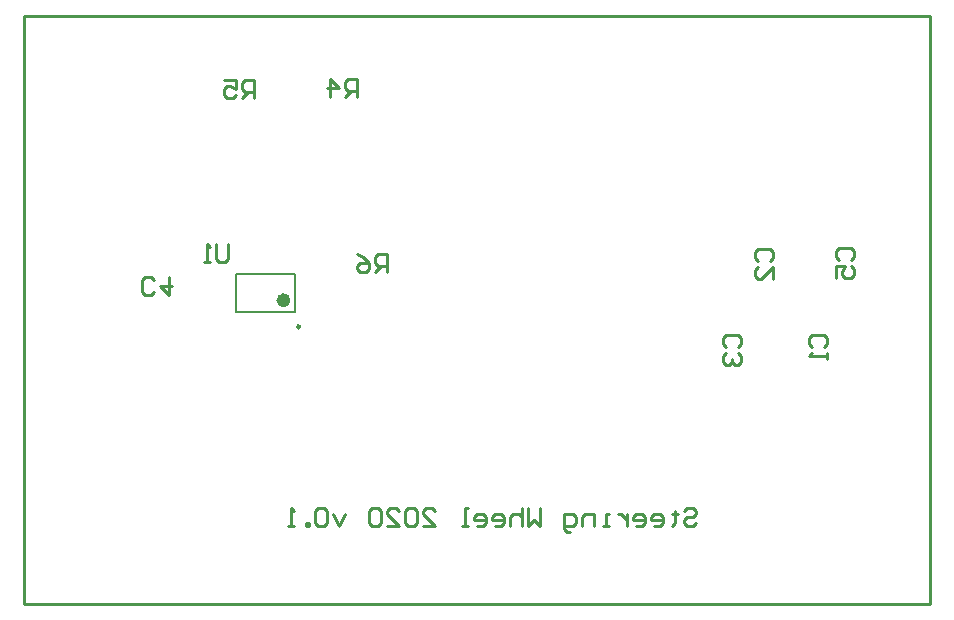
<source format=gbo>
G04*
G04 #@! TF.GenerationSoftware,Altium Limited,Altium Designer,19.1.8 (144)*
G04*
G04 Layer_Color=32896*
%FSLAX25Y25*%
%MOIN*%
G70*
G01*
G75*
%ADD10C,0.00787*%
%ADD11C,0.01000*%
%ADD33C,0.02362*%
%ADD34C,0.00984*%
D10*
X71658Y106201D02*
Y118799D01*
Y106201D02*
X91343D01*
X71658Y118799D02*
X91343D01*
Y106201D02*
Y118799D01*
D11*
X221001Y39998D02*
X222001Y40998D01*
X224000D01*
X225000Y39998D01*
Y38999D01*
X224000Y37999D01*
X222001D01*
X221001Y36999D01*
Y36000D01*
X222001Y35000D01*
X224000D01*
X225000Y36000D01*
X218002Y39998D02*
Y38999D01*
X219002D01*
X217003D01*
X218002D01*
Y36000D01*
X217003Y35000D01*
X211004D02*
X213004D01*
X214004Y36000D01*
Y37999D01*
X213004Y38999D01*
X211004D01*
X210005Y37999D01*
Y36999D01*
X214004D01*
X205007Y35000D02*
X207006D01*
X208005Y36000D01*
Y37999D01*
X207006Y38999D01*
X205007D01*
X204007Y37999D01*
Y36999D01*
X208005D01*
X202007Y38999D02*
Y35000D01*
Y36999D01*
X201008Y37999D01*
X200008Y38999D01*
X199008D01*
X196009Y35000D02*
X194010D01*
X195010D01*
Y38999D01*
X196009D01*
X191011Y35000D02*
Y38999D01*
X188012D01*
X187012Y37999D01*
Y35000D01*
X183014Y33001D02*
X182014D01*
X181014Y34000D01*
Y38999D01*
X184013D01*
X185013Y37999D01*
Y36000D01*
X184013Y35000D01*
X181014D01*
X173017Y40998D02*
Y35000D01*
X171018Y36999D01*
X169018Y35000D01*
Y40998D01*
X167019D02*
Y35000D01*
Y37999D01*
X166019Y38999D01*
X164020D01*
X163020Y37999D01*
Y35000D01*
X158022D02*
X160021D01*
X161021Y36000D01*
Y37999D01*
X160021Y38999D01*
X158022D01*
X157022Y37999D01*
Y36999D01*
X161021D01*
X152024Y35000D02*
X154023D01*
X155023Y36000D01*
Y37999D01*
X154023Y38999D01*
X152024D01*
X151024Y37999D01*
Y36999D01*
X155023D01*
X149025Y35000D02*
X147025D01*
X148025D01*
Y40998D01*
X149025D01*
X134029Y35000D02*
X138028D01*
X134029Y38999D01*
Y39998D01*
X135029Y40998D01*
X137029D01*
X138028Y39998D01*
X132030D02*
X131030Y40998D01*
X129031D01*
X128031Y39998D01*
Y36000D01*
X129031Y35000D01*
X131030D01*
X132030Y36000D01*
Y39998D01*
X122033Y35000D02*
X126032D01*
X122033Y38999D01*
Y39998D01*
X123033Y40998D01*
X125032D01*
X126032Y39998D01*
X120034D02*
X119034Y40998D01*
X117035D01*
X116035Y39998D01*
Y36000D01*
X117035Y35000D01*
X119034D01*
X120034Y36000D01*
Y39998D01*
X108038Y38999D02*
X106038Y35000D01*
X104039Y38999D01*
X102040Y39998D02*
X101040Y40998D01*
X99041D01*
X98041Y39998D01*
Y36000D01*
X99041Y35000D01*
X101040D01*
X102040Y36000D01*
Y39998D01*
X96042Y35000D02*
Y36000D01*
X95042D01*
Y35000D01*
X96042D01*
X91043D02*
X89044D01*
X90044D01*
Y40998D01*
X91043Y39998D01*
X272502Y123501D02*
X271502Y124501D01*
Y126500D01*
X272502Y127500D01*
X276500D01*
X277500Y126500D01*
Y124501D01*
X276500Y123501D01*
X271502Y117503D02*
Y121502D01*
X274501D01*
X273501Y119503D01*
Y118503D01*
X274501Y117503D01*
X276500D01*
X277500Y118503D01*
Y120502D01*
X276500Y121502D01*
X235002Y94501D02*
X234002Y95501D01*
Y97500D01*
X235002Y98500D01*
X239000D01*
X240000Y97500D01*
Y95501D01*
X239000Y94501D01*
X235002Y92502D02*
X234002Y91502D01*
Y89503D01*
X235002Y88503D01*
X236001D01*
X237001Y89503D01*
Y90503D01*
Y89503D01*
X238001Y88503D01*
X239000D01*
X240000Y89503D01*
Y91502D01*
X239000Y92502D01*
X245502Y123143D02*
X244502Y124143D01*
Y126142D01*
X245502Y127142D01*
X249500D01*
X250500Y126142D01*
Y124143D01*
X249500Y123143D01*
X250500Y117145D02*
Y121144D01*
X246501Y117145D01*
X245502D01*
X244502Y118145D01*
Y120144D01*
X245502Y121144D01*
X263502Y94501D02*
X262502Y95501D01*
Y97500D01*
X263502Y98500D01*
X267500D01*
X268500Y97500D01*
Y95501D01*
X267500Y94501D01*
X268500Y92502D02*
Y90503D01*
Y91502D01*
X262502D01*
X263502Y92502D01*
X69000Y128998D02*
Y124000D01*
X68000Y123000D01*
X66001D01*
X65001Y124000D01*
Y128998D01*
X63002Y123000D02*
X61003D01*
X62002D01*
Y128998D01*
X63002Y127998D01*
X121858Y119500D02*
Y125498D01*
X118859D01*
X117860Y124498D01*
Y122499D01*
X118859Y121499D01*
X121858D01*
X119859D02*
X117860Y119500D01*
X111862Y125498D02*
X113861Y124498D01*
X115860Y122499D01*
Y120500D01*
X114860Y119500D01*
X112861D01*
X111862Y120500D01*
Y121499D01*
X112861Y122499D01*
X115860D01*
X77500Y177500D02*
Y183498D01*
X74501D01*
X73501Y182498D01*
Y180499D01*
X74501Y179499D01*
X77500D01*
X75501D02*
X73501Y177500D01*
X67503Y183498D02*
X71502D01*
Y180499D01*
X69503Y181499D01*
X68503D01*
X67503Y180499D01*
Y178500D01*
X68503Y177500D01*
X70502D01*
X71502Y178500D01*
X112000Y178000D02*
Y183998D01*
X109001D01*
X108001Y182998D01*
Y180999D01*
X109001Y179999D01*
X112000D01*
X110001D02*
X108001Y178000D01*
X103003D02*
Y183998D01*
X106002Y180999D01*
X102003D01*
X44140Y113002D02*
X43141Y112002D01*
X41141D01*
X40142Y113002D01*
Y117000D01*
X41141Y118000D01*
X43141D01*
X44140Y117000D01*
X49139Y118000D02*
Y112002D01*
X46140Y115001D01*
X50138D01*
X1000Y9000D02*
X303000D01*
X303000Y205000D02*
X303000Y9000D01*
X1000Y205000D02*
X303000D01*
X1000D02*
X1000Y9000D01*
D33*
X88587Y110138D02*
G03*
X88587Y110138I-1181J0D01*
G01*
D34*
X92937Y101378D02*
G03*
X92937Y101378I-492J0D01*
G01*
M02*

</source>
